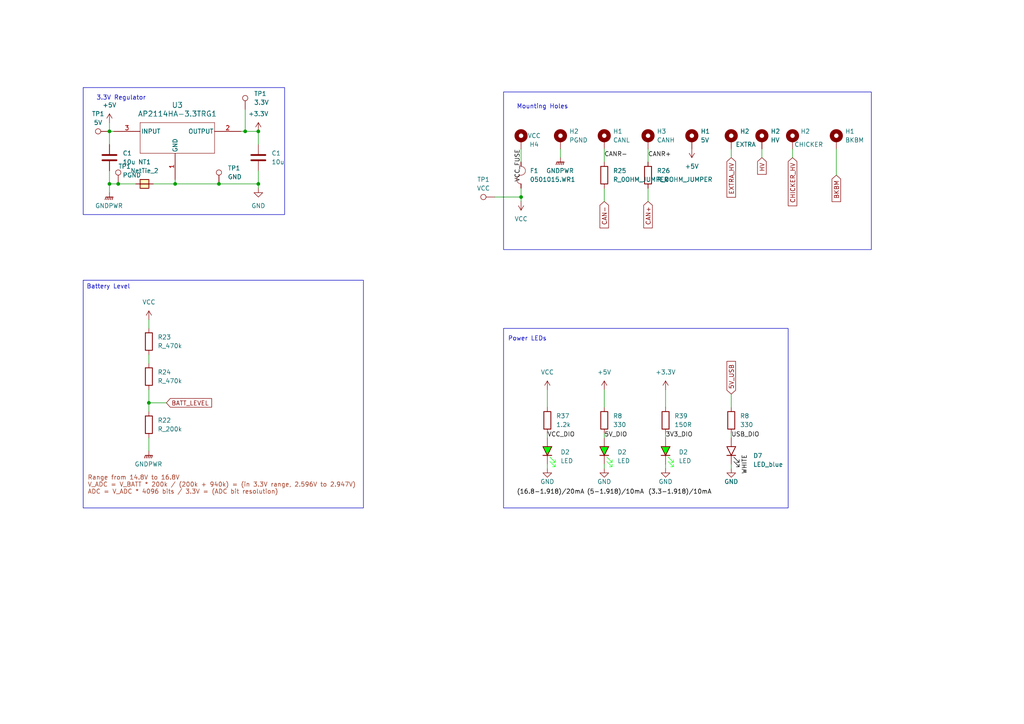
<source format=kicad_sch>
(kicad_sch (version 20230121) (generator eeschema)
  (paper "A4")
  (lib_symbols
    (symbol "Mechanical:MountingHole_Pad" (pin_numbers hide) (pin_names (offset 1.016) hide)
      (property "Reference" "H" (at 0 6.35 0))
      (property "Value" "MountingHole_Pad" (at 0 4.445 0))
      (symbol "MountingHole_Pad_0_1"
        (circle (center 0 1.27) (radius 1.27) (stroke (width 1.27)))
      )
      (symbol "MountingHole_Pad_1_1"
        (pin input line (at 0 -2.54 90) (length 2.54) (name "1") (number "1"))
      )
    )
    (symbol "bots:AP2114HA-3.3TRG1" (pin_names (offset 0.254))
      (property "Reference" "U" (at 0 7.62 0))
      (property "Value" "AP2114HA-3.3TRG1" (at 0 5.08 0))
      (symbol "AP2114HA-3.3TRG1_0_1"
        (polyline (pts (xy -10.16 -6.35) (xy 11.43 -6.35)) (stroke (width 0.127)))
        (polyline (pts (xy -10.16 2.54) (xy -10.16 -6.35)) (stroke (width 0.127)))
        (polyline (pts (xy 11.43 -6.35) (xy 11.43 2.54)) (stroke (width 0.127)))
        (polyline (pts (xy 11.43 2.54) (xy -10.16 2.54)) (stroke (width 0.127)))
        (pin output line (at 19.05 0 180) (length 7.62) (name "OUTPUT") (number "2"))
        (pin input line (at -17.78 0 0) (length 7.62) (name "INPUT") (number "3"))
      )
      (symbol "AP2114HA-3.3TRG1_1_1"
        (pin bidirectional line (at 0 -13.97 90) (length 7.62) (name "GND") (number "1"))
      )
    )
    (symbol "bots:C_10u" (pin_numbers hide) (pin_names (offset 0.254))
      (property "Reference" "C" (at 0.635 2.54 0))
      (property "Value" "10u" (at 0.635 -2.54 0))
      (symbol "C_10u_0_1"
        (polyline (pts (xy -2.032 -0.762) (xy 2.032 -0.762)) (stroke (width 0.508)))
        (polyline (pts (xy -2.032 0.762) (xy 2.032 0.762)) (stroke (width 0.508)))
      )
      (symbol "C_10u_1_1"
        (pin passive line (at 0 3.81 270) (length 2.794) (name "~") (number "1"))
        (pin passive line (at 0 -3.81 90) (length 2.794) (name "~") (number "2"))
      )
    )
    (symbol "bots:Fuse_0501015.WR1" (pin_numbers hide) (pin_names (offset 0))
      (property "Reference" "F" (at 0 2.032 0))
      (property "Value" "0501015.WR1" (at 0 -1.905 0))
      (symbol "Fuse_0501015.WR1_0_1"
        (arc (start 0 0) (mid -1.27 1.2645) (end -2.54 0) (stroke (width 0.127)))
        (polyline (pts (xy -3.81 0) (xy -2.54 0)) (stroke (width 0.127)))
        (polyline (pts (xy 2.54 0) (xy 3.81 0)) (stroke (width 0.127)))
        (arc (start 0 0) (mid 1.27 -1.2645) (end 2.54 0) (stroke (width 0.127)))
      )
      (symbol "Fuse_0501015.WR1_1_1"
        (pin passive line (at -3.81 0 0) (length 1.27) (name "~") (number "1"))
        (pin passive line (at 3.81 0 180) (length 1.27) (name "~") (number "2"))
      )
    )
    (symbol "bots:LED_green" (pin_numbers hide) (pin_names (offset 1.016) hide)
      (property "Reference" "D" (at 0 2.54 0))
      (property "Value" "LED_green" (at 3.81 -2.54 0))
      (symbol "LED_green_0_1"
        (polyline (pts (xy -1.27 -1.27) (xy -1.27 1.27)) (stroke (width 0.254)))
      )
      (symbol "LED_green_1_1"
        (polyline (pts (xy 1.27 -1.27) (xy 1.27 1.27) (xy -1.27 0) (xy 1.27 -1.27)) (stroke (width 0.254)) (fill (type color) (color 0 255 11 1)))
        (polyline (pts (xy -3.048 -0.762) (xy -4.572 -2.286) (xy -3.81 -2.286) (xy -4.572 -2.286) (xy -4.572 -1.524)) (stroke (width 0) (color 8 255 17 1)))
        (polyline (pts (xy -1.778 -0.762) (xy -3.302 -2.286) (xy -2.54 -2.286) (xy -3.302 -2.286) (xy -3.302 -1.524)) (stroke (width 0) (color 0 255 0 1)))
        (pin passive line (at -3.81 0 0) (length 2.54) (name "K") (number "1"))
        (pin passive line (at 3.81 0 180) (length 2.54) (name "A") (number "2"))
      )
    )
    (symbol "bots:LED_white" (pin_numbers hide) (pin_names (offset 1.016) hide)
      (property "Reference" "D" (at 0 2.54 0))
      (property "Value" "LED_blue" (at 2.54 -2.54 0))
      (symbol "LED_white_0_1"
        (polyline (pts (xy -1.27 -1.27) (xy -1.27 1.27)) (stroke (width 0.254)))
      )
      (symbol "LED_white_1_1"
        (polyline (pts (xy 1.27 -1.27) (xy 1.27 1.27) (xy -1.27 0) (xy 1.27 -1.27)) (stroke (width 0.254)) (fill (type color) (color 255 252 254 1)))
        (polyline (pts (xy -3.048 -0.762) (xy -4.572 -2.286) (xy -3.81 -2.286) (xy -4.572 -2.286) (xy -4.572 -1.524)) (stroke (width 0) (color 0 0 0 1)))
        (polyline (pts (xy -1.778 -0.762) (xy -3.302 -2.286) (xy -2.54 -2.286) (xy -3.302 -2.286) (xy -3.302 -1.524)) (stroke (width 0) (color 0 0 0 1)))
        (text "WHITE" (at -3.81 -3.81 0) (effects (font (size 1.27 1.27))))
        (pin passive line (at -3.81 0 0) (length 2.54) (name "K") (number "1"))
        (pin passive line (at 3.81 0 180) (length 2.54) (name "A") (number "2"))
      )
    )
    (symbol "bots:NetTie_2" (pin_numbers hide) (pin_names (offset 0) hide) (in_bom no)
      (property "Reference" "NT" (at 0 1.27 0))
      (property "Value" "NetTie_2" (at 0 -2.54 0))
      (symbol "NetTie_2_0_1"
        (polyline (pts (xy -1.27 0) (xy 1.27 0)) (stroke (width 0.254)))
      )
      (symbol "NetTie_2_1_0"
        (rectangle (start -1.27 1.27) (end 1.27 -1.27) (stroke (width 0.254)) (fill (type background)))
      )
      (symbol "NetTie_2_1_1"
        (pin passive line (at -2.54 0 0) (length 2.54) (name "1") (number "1"))
        (pin passive line (at 2.54 0 180) (length 2.54) (name "2") (number "2"))
      )
    )
    (symbol "bots:R_0OHM_JUMPER" (pin_numbers hide) (pin_names (offset 0))
      (property "Reference" "R" (at 2.032 0 90))
      (property "Value" "R_0OHM_JUMPER" (at 0 0 90))
      (symbol "R_0OHM_JUMPER_0_1"
        (rectangle (start -1.016 -2.54) (end 1.016 2.54) (stroke (width 0.254)))
      )
      (symbol "R_0OHM_JUMPER_1_1"
        (pin passive line (at 0 3.81 270) (length 1.27) (name "~") (number "1"))
        (pin passive line (at 0 -3.81 90) (length 1.27) (name "~") (number "2"))
      )
    )
    (symbol "bots:R_1.2k" (pin_numbers hide) (pin_names (offset 0))
      (property "Reference" "R" (at 2.032 0 90))
      (property "Value" "1.2k" (at 0 0 90))
      (symbol "R_1.2k_0_1"
        (rectangle (start -1.016 -2.54) (end 1.016 2.54) (stroke (width 0.254)))
      )
      (symbol "R_1.2k_1_1"
        (pin passive line (at 0 3.81 270) (length 1.27) (name "~") (number "1"))
        (pin passive line (at 0 -3.81 90) (length 1.27) (name "~") (number "2"))
      )
    )
    (symbol "bots:R_150R" (pin_numbers hide) (pin_names (offset 0))
      (property "Reference" "R" (at 2.032 0 90))
      (property "Value" "150R" (at 0 0 90))
      (symbol "R_150R_0_1"
        (rectangle (start -1.016 -2.54) (end 1.016 2.54) (stroke (width 0.254)))
      )
      (symbol "R_150R_1_1"
        (pin passive line (at 0 3.81 270) (length 1.27) (name "~") (number "1"))
        (pin passive line (at 0 -3.81 90) (length 1.27) (name "~") (number "2"))
      )
    )
    (symbol "bots:R_200k" (pin_numbers hide) (pin_names (offset 0))
      (property "Reference" "R" (at 2.032 0 90))
      (property "Value" "200k" (at 0 0 90))
      (symbol "R_200k_0_1"
        (rectangle (start -1.016 -2.54) (end 1.016 2.54) (stroke (width 0.254)))
      )
      (symbol "R_200k_1_1"
        (pin passive line (at 0 3.81 270) (length 1.27) (name "~") (number "1"))
        (pin passive line (at 0 -3.81 90) (length 1.27) (name "~") (number "2"))
      )
    )
    (symbol "bots:R_330R" (pin_numbers hide) (pin_names (offset 0))
      (property "Reference" "R" (at 2.032 0 90))
      (property "Value" "R_330R" (at 0 0 90))
      (symbol "R_330R_0_1"
        (rectangle (start -1.016 -2.54) (end 1.016 2.54) (stroke (width 0.254)))
      )
      (symbol "R_330R_1_1"
        (pin passive line (at 0 3.81 270) (length 1.27) (name "~") (number "1"))
        (pin passive line (at 0 -3.81 90) (length 1.27) (name "~") (number "2"))
      )
    )
    (symbol "bots:R_470k" (pin_numbers hide) (pin_names (offset 0))
      (property "Reference" "R" (at 2.032 0 90))
      (property "Value" "470k" (at 0 0 90))
      (symbol "R_470k_0_1"
        (rectangle (start -1.016 -2.54) (end 1.016 2.54) (stroke (width 0.254)))
      )
      (symbol "R_470k_1_1"
        (pin passive line (at 0 3.81 270) (length 1.27) (name "~") (number "1"))
        (pin passive line (at 0 -3.81 90) (length 1.27) (name "~") (number "2"))
      )
    )
    (symbol "bots:TestPoint_2x2" (pin_numbers hide) (pin_names (offset 0.762) hide) (in_bom no)
      (property "Reference" "TP" (at 0 6.858 0))
      (property "Value" "TestPoint" (at 0 5.08 0))
      (symbol "TestPoint_2x2_0_1"
        (circle (center 0 3.302) (radius 0.762))
      )
      (symbol "TestPoint_2x2_1_1"
        (pin passive line (at 0 0 90) (length 2.54) (name "1") (number "1"))
      )
    )
    (symbol "power:+3.3V" (power) (pin_names (offset 0))
      (property "Value" "+3.3V" (at 0 3.556 0))
      (symbol "+3.3V_0_1"
        (polyline (pts (xy -0.762 1.27) (xy 0 2.54)))
        (polyline (pts (xy 0 0) (xy 0 2.54)))
        (polyline (pts (xy 0 2.54) (xy 0.762 1.27)))
      )
      (symbol "+3.3V_1_1"
        (pin power_in line (at 0 0 90) (length 0) hide (name "+3.3V") (number "1"))
      )
    )
    (symbol "power:+5V" (power) (pin_names (offset 0))
      (property "Value" "+5V" (at 0 3.556 0))
      (symbol "+5V_0_1"
        (polyline (pts (xy -0.762 1.27) (xy 0 2.54)))
        (polyline (pts (xy 0 0) (xy 0 2.54)))
        (polyline (pts (xy 0 2.54) (xy 0.762 1.27)))
      )
      (symbol "+5V_1_1"
        (pin power_in line (at 0 0 90) (length 0) hide (name "+5V") (number "1"))
      )
    )
    (symbol "power:GND" (power) (pin_names (offset 0))
      (property "Value" "GND" (at 0 -3.81 0))
      (symbol "GND_0_1"
        (polyline (pts (xy 0 0) (xy 0 -1.27) (xy 1.27 -1.27) (xy 0 -2.54) (xy -1.27 -1.27) (xy 0 -1.27)))
      )
      (symbol "GND_1_1"
        (pin power_in line (at 0 0 270) (length 0) hide (name "GND") (number "1"))
      )
    )
    (symbol "power:GNDPWR" (power) (pin_names (offset 0))
      (property "Value" "GNDPWR" (at 0 -3.302 0))
      (symbol "GNDPWR_0_1"
        (polyline (pts (xy 0 -1.27) (xy 0 0)))
        (polyline (pts (xy -1.016 -1.27) (xy -1.27 -2.032) (xy -1.27 -2.032)) (stroke (width 0.2032)))
        (polyline (pts (xy -0.508 -1.27) (xy -0.762 -2.032) (xy -0.762 -2.032)) (stroke (width 0.2032)))
        (polyline (pts (xy 0 -1.27) (xy -0.254 -2.032) (xy -0.254 -2.032)) (stroke (width 0.2032)))
        (polyline (pts (xy 0.508 -1.27) (xy 0.254 -2.032) (xy 0.254 -2.032)) (stroke (width 0.2032)))
        (polyline (pts (xy 1.016 -1.27) (xy -1.016 -1.27) (xy -1.016 -1.27)) (stroke (width 0.2032)))
        (polyline (pts (xy 1.016 -1.27) (xy 0.762 -2.032) (xy 0.762 -2.032) (xy 0.762 -2.032)) (stroke (width 0.2032)))
      )
      (symbol "GNDPWR_1_1"
        (pin power_in line (at 0 0 270) (length 0) hide (name "GNDPWR") (number "1"))
      )
    )
    (symbol "power:VCC" (power) (pin_names (offset 0))
      (property "Value" "VCC" (at 0 3.81 0))
      (symbol "VCC_0_1"
        (polyline (pts (xy -0.762 1.27) (xy 0 2.54)))
        (polyline (pts (xy 0 0) (xy 0 2.54)))
        (polyline (pts (xy 0 2.54) (xy 0.762 1.27)))
      )
      (symbol "VCC_1_1"
        (pin power_in line (at 0 0 90) (length 0) hide (name "VCC") (number "1"))
      )
    )
  )
  (junction (at 34.29 53.34))
  (junction (at 74.93 53.34))
  (junction (at 71.12 38.1))
  (junction (at 151.13 57.15))
  (junction (at 43.18 116.84))
  (junction (at 63.5 53.34))
  (junction (at 31.75 53.34))
  (junction (at 31.75 38.1))
  (junction (at 74.93 38.1))
  (junction (at 50.8 53.34))
  (wire (pts (xy 43.18 102.87) (xy 43.18 105.41)))
  (wire (pts (xy 242.57 50.8) (xy 242.57 43.18)))
  (wire (pts (xy 175.26 54.61) (xy 175.26 58.42)))
  (wire (pts (xy 74.93 38.1) (xy 74.93 41.91)))
  (wire (pts (xy 151.13 57.15) (xy 151.13 58.42)))
  (wire (pts (xy 63.5 53.34) (xy 50.8 53.34)))
  (wire (pts (xy 212.09 114.3) (xy 212.09 118.11)))
  (wire (pts (xy 175.26 113.03) (xy 175.26 118.11)))
  (wire (pts (xy 158.75 113.03) (xy 158.75 118.11)))
  (wire (pts (xy 74.93 53.34) (xy 74.93 54.61)))
  (wire (pts (xy 220.98 43.18) (xy 220.98 45.72)))
  (wire (pts (xy 151.13 43.18) (xy 151.13 46.99)))
  (wire (pts (xy 143.51 57.15) (xy 151.13 57.15)))
  (wire (pts (xy 43.18 127) (xy 43.18 130.81)))
  (wire (pts (xy 193.04 125.73) (xy 193.04 127)))
  (wire (pts (xy 43.18 116.84) (xy 48.26 116.84)))
  (wire (pts (xy 212.09 134.62) (xy 212.09 135.89)))
  (wire (pts (xy 34.29 53.34) (xy 39.37 53.34)))
  (wire (pts (xy 162.56 43.18) (xy 162.56 45.72)))
  (wire (pts (xy 31.75 49.53) (xy 31.75 53.34)))
  (wire (pts (xy 212.09 125.73) (xy 212.09 127)))
  (wire (pts (xy 69.85 38.1) (xy 71.12 38.1)))
  (wire (pts (xy 193.04 134.62) (xy 193.04 135.89)))
  (wire (pts (xy 229.87 43.18) (xy 229.87 45.72)))
  (wire (pts (xy 187.96 43.18) (xy 187.96 46.99)))
  (wire (pts (xy 31.75 38.1) (xy 31.75 35.56)))
  (wire (pts (xy 71.12 38.1) (xy 74.93 38.1)))
  (wire (pts (xy 74.93 49.53) (xy 74.93 53.34)))
  (wire (pts (xy 43.18 113.03) (xy 43.18 116.84)))
  (wire (pts (xy 50.8 52.07) (xy 50.8 53.34)))
  (wire (pts (xy 31.75 38.1) (xy 33.02 38.1)))
  (wire (pts (xy 175.26 134.62) (xy 175.26 135.89)))
  (wire (pts (xy 71.12 31.75) (xy 71.12 38.1)))
  (wire (pts (xy 74.93 53.34) (xy 63.5 53.34)))
  (wire (pts (xy 193.04 113.03) (xy 193.04 118.11)))
  (wire (pts (xy 158.75 125.73) (xy 158.75 127)))
  (wire (pts (xy 31.75 38.1) (xy 31.75 41.91)))
  (wire (pts (xy 43.18 116.84) (xy 43.18 119.38)))
  (wire (pts (xy 31.75 53.34) (xy 34.29 53.34)))
  (wire (pts (xy 31.75 53.34) (xy 31.75 55.88)))
  (wire (pts (xy 187.96 54.61) (xy 187.96 58.42)))
  (wire (pts (xy 175.26 125.73) (xy 175.26 127)))
  (wire (pts (xy 158.75 134.62) (xy 158.75 135.89)))
  (wire (pts (xy 43.18 92.71) (xy 43.18 95.25)))
  (wire (pts (xy 151.13 54.61) (xy 151.13 57.15)))
  (wire (pts (xy 175.26 43.18) (xy 175.26 46.99)))
  (wire (pts (xy 212.09 43.18) (xy 212.09 45.72)))
  (wire (pts (xy 44.45 53.34) (xy 50.8 53.34)))
  (rectangle (start 146.05 26.67) (end 252.73 72.39))
  (rectangle (start 146.05 95.25) (end 228.6 147.32))
  (rectangle (start 24.13 25.4) (end 82.55 62.23))
  (text_box "Battery Level" (at 24.13 81.28 0) (size 81.28 66.04) (effects (font (size 1.27 1.27)) (justify left top)))
  (text "Mounting Holes" (at 149.86 31.75 0) (effects (font (size 1.27 1.27)) (justify left bottom)))
  (text "(16.8-1.918)/20mA" (at 149.86 143.51 0) (effects (font (size 1.27 1.27)) (justify left bottom)))
  (text "3.3V Regulator" (at 27.94 29.21 0) (effects (font (size 1.27 1.27)) (justify left bottom)))
  (text "Power LEDs" (at 147.32 99.06 0) (effects (font (size 1.27 1.27)) (justify left bottom)))
  (text "(3.3-1.918)/10mA" (at 187.96 143.51 0) (effects (font (size 1.27 1.27)) (justify left bottom)))
  (text "Range from 14.8V to 16.8V\nV_ADC = V_BATT * 200k / (200k + 940k) = (in 3.3V range, 2.596V to 2.947V)\nADC = V_ADC * 4096 bits / 3.3V = (ADC bit resolution)" (at 25.4 143.51 0) (effects (font (size 1.27 1.27)) (justify left bottom)))
  (text "(5-1.918)/10mA" (at 170.18 143.51 0) (effects (font (size 1.27 1.27)) (justify left bottom)))
  (label "VCC_FUSE" (at 151.13 43.18 270))
  (label "5V_DIO" (at 175.26 127 0))
  (label "USB_DIO" (at 212.09 127 0))
  (label "3V3_DIO" (at 193.04 127 0))
  (label "CANR+" (at 187.96 45.72 0))
  (label "CANR-" (at 175.26 45.72 0))
  (label "VCC_DIO" (at 158.75 127 0))
  (global_label "BKBM" (shape input) (at 242.57 50.8 270) (property "Intersheetrefs" "${INTERSHEET_REFS}" (effects hide)))
  (global_label "CHICKER_HV" (shape input) (at 229.87 45.72 270) (property "Intersheetrefs" "${INTERSHEET_REFS}" (effects hide)))
  (global_label "HV" (shape input) (at 220.98 45.72 270) (property "Intersheetrefs" "${INTERSHEET_REFS}" (effects hide)))
  (global_label "BATT_LEVEL" (shape input) (at 48.26 116.84 0) (property "Intersheetrefs" "${INTERSHEET_REFS}" (effects hide)))
  (global_label "EXTRA_HV" (shape input) (at 212.09 45.72 270) (property "Intersheetrefs" "${INTERSHEET_REFS}" (effects hide)))
  (global_label "CAN+" (shape input) (at 187.96 58.42 270) (property "Intersheetrefs" "${INTERSHEET_REFS}" (effects hide)))
  (global_label "CAN-" (shape input) (at 175.26 58.42 270) (property "Intersheetrefs" "${INTERSHEET_REFS}" (effects hide)))
  (global_label "5V_USB" (shape input) (at 212.09 114.3 90) (property "Intersheetrefs" "${INTERSHEET_REFS}" (effects hide)))
  (symbol (lib_id "bots:R_200k") (at 43.18 123.19 0) (unit 1)
    (property "Reference" "R22" (at 45.72 121.92 0) (effects (justify left)))
    (property "Value" "R_200k" (at 45.72 124.46 0) (effects (justify left)))
    (property "Footprint" "bots:R_0603_1608Metric" (effects hide))
    (property "MPN" "0603WAF2003T5E" (effects hide))
    (property "Manufacturer" "UNI-ROYAL(Uniroyal Elec)" (effects hide))
    (property "Price" "0.0009" (effects hide))
    (property "JLC" "0603" (effects hide))
    (property "LCSC" "C22965" (effects hide))
    (property "JLC Extended" "no" (effects hide))
  )
  (symbol (lib_id "power:+5V") (at 175.26 113.03 0) (unit 1)
    (property "Reference" "#PWR076" (effects hide))
    (property "Value" "+5V" (at 175.26 107.95 0))
  )
  (symbol (lib_id "power:VCC") (at 43.18 92.71 0) (unit 1)
    (property "Reference" "#PWR09" (effects hide))
    (property "Value" "VCC" (at 43.18 87.63 0))
    (instances (project "POWER_BOARD" (path "" (reference "#PWR09") (unit 1)) (path "" (reference "#PWR047") (unit 1))))
  )
  (symbol (lib_id "bots:LED_green") (at 193.04 130.81 90) (unit 1)
    (property "Reference" "D2" (at 196.85 131.1275 90) (effects (justify right)))
    (property "Value" "LED" (at 196.85 133.6675 90) (effects (justify right)))
    (property "Footprint" "bots:LED_0805_2012Metric" (effects hide))
    (property "MPN" "KT-0805G" (effects hide))
    (property "Manufacturer" "Hubei KENTO Elec" (effects hide))
    (property "Price" "0.0127" (effects hide))
    (property "JLC" "0805" (effects hide))
    (property "LCSC" "C2297" (effects hide))
    (property "JLC Extended" "no" (effects hide))
    (instances (project "POWER_BOARD" (path "" (reference "D2") (unit 1)) (path "" (reference "D4") (unit 1)) (path "" (reference "D8") (unit 1))))
  )
  (symbol (lib_id "bots:R_470k") (at 43.18 109.22 0) (unit 1)
    (property "Reference" "R24" (at 45.72 107.95 0) (effects (justify left)))
    (property "Value" "R_470k" (at 45.72 110.49 0) (effects (justify left)))
    (property "Footprint" "bots:R_0603_1608Metric" (effects hide))
    (property "MPN" "0603WAF4703T5E" (effects hide))
    (property "Manufacturer" "UNI-ROYAL(Uniroyal Elec)" (effects hide))
    (property "Price" "0.0009" (effects hide))
    (property "JLC" "0603" (effects hide))
    (property "LCSC" "C23178" (effects hide))
    (property "JLC Extended" "no" (effects hide))
  )
  (symbol (lib_id "bots:C_10u") (at 74.93 45.72 0) (unit 1)
    (property "Reference" "C1" (at 78.74 44.45 0) (effects (justify left)))
    (property "Value" "10u" (at 78.74 46.99 0) (effects (justify left)))
    (property "Footprint" "bots:C_0805_2012Metric" (effects hide))
    (property "MPN" "GRM21BR61H106KE43L" (effects hide))
    (property "Manufacturer" "Murata" (effects hide))
    (property "Price" "0.0645" (effects hide))
    (property "JLC" "0805" (effects hide))
    (property "LCSC" "C440198" (effects hide))
    (property "JLC Extended" "no" (effects hide))
    (instances (project "POWER_BOARD" (path "" (reference "C1") (unit 1)) (path "" (reference "C11") (unit 1))))
  )
  (symbol (lib_id "Mechanical:MountingHole_Pad") (at 151.13 40.64 0) (unit 1)
    (property "Reference" "H4" (at 154.94 41.91 0))
    (property "Value" "VCC" (at 154.94 39.37 0))
    (property "Footprint" "bots:MountingHole_2.7mm_M2.5_DIN965_Pad" (effects hide))
    (instances (project "POWER_BOARD" (path "" (reference "H4") (unit 1)) (path "" (reference "H1") (unit 1))))
  )
  (symbol (lib_id "bots:AP2114HA-3.3TRG1") (at 50.8 38.1 0) (unit 1)
    (property "Reference" "U3" (at 51.435 30.48 0) (effects (font (size 1.524 1.524))))
    (property "Value" "AP2114HA-3.3TRG1" (at 51.435 33.02 0) (effects (font (size 1.524 1.524))))
    (property "Footprint" "Package_TO_SOT_SMD:SOT-223-3_TabPin2" (effects hide))
    (property "MPN" "AP2114HA-3.3TRG1" (effects hide))
    (property "Manufacturer" "onsemi" (effects hide))
    (property "Price" "0.5575" (effects hide))
    (property "JLC" "SOT-223-3" (effects hide))
    (property "LCSC" "C460314" (effects hide))
    (property "JLC Extended" "yes" (effects hide))
  )
  (symbol (lib_id "Mechanical:MountingHole_Pad") (at 200.66 40.64 0) (unit 1)
    (property "Reference" "H1" (at 203.2 38.1 0) (effects (justify left)))
    (property "Value" "5V" (at 203.2 40.64 0) (effects (justify left)))
    (property "Footprint" "bots:MountingHole_2.7mm_M2.5_DIN965_Pad" (effects hide))
    (instances (project "POWER_BOARD" (path "" (reference "H1") (unit 1)) (path "" (reference "H5") (unit 1))))
  )
  (symbol (lib_id "power:GNDPWR") (at 31.75 55.88 0) (unit 1)
    (property "Reference" "#PWR018" (effects hide))
    (property "Value" "GNDPWR" (at 31.623 59.69 0))
    (instances (project "POWER_BOARD" (path "" (reference "#PWR018") (unit 1)) (path "" (reference "#PWR045") (unit 1))))
  )
  (symbol (lib_id "Mechanical:MountingHole_Pad") (at 212.09 40.64 0) (mirror y) (unit 1)
    (property "Reference" "H2" (at 214.63 38.1 0) (effects (justify right)))
    (property "Value" "EXTRA" (at 213.36 41.91 0) (effects (justify right)))
    (property "Footprint" "bots:MountingHole_2.7mm_M2.5_DIN965_Pad" (effects hide))
    (instances (project "POWER_BOARD" (path "" (reference "H2") (unit 1)) (path "" (reference "H6") (unit 1))))
  )
  (symbol (lib_id "power:VCC") (at 151.13 58.42 180) (unit 1)
    (property "Reference" "#PWR09" (effects hide))
    (property "Value" "VCC" (at 151.13 63.5 0))
    (instances (project "POWER_BOARD" (path "" (reference "#PWR09") (unit 1)) (path "" (reference "#PWR034") (unit 1))))
  )
  (symbol (lib_id "bots:R_0OHM_JUMPER") (at 175.26 50.8 0) (unit 1)
    (property "Reference" "R25" (at 177.8 49.53 0) (effects (justify left)))
    (property "Value" "R_0OHM_JUMPER" (at 177.8 52.07 0) (effects (justify left)))
    (property "Footprint" "bots:R_0603_1608Metric" (effects hide))
    (property "MPN" "0603WAF0000T5E" (effects hide))
    (property "Manufacturer" "UNI-ROYAL(Uniroyal Elec)" (effects hide))
    (property "Price" "0.001" (effects hide))
    (property "JLC" "0603" (effects hide))
    (property "LCSC" "C21189" (effects hide))
    (property "JLC Extended" "no" (effects hide))
  )
  (symbol (lib_id "bots:TestPoint_2x2") (at 63.5 53.34 0) (unit 1) (in_bom no)
    (property "Reference" "TP1" (at 66.04 48.768 0) (effects (justify left)))
    (property "Value" "GND" (at 66.04 51.308 0) (effects (justify left)))
    (property "Footprint" "bots:TestPoint_Pad_2.0x2.0mm" (effects hide))
    (instances (project "POWER_BOARD" (path "" (reference "TP1") (unit 1)) (path "" (reference "TP3") (unit 1))))
  )
  (symbol (lib_id "bots:R_330R") (at 212.09 121.92 180) (unit 1)
    (property "Reference" "R8" (at 214.63 120.65 0) (effects (justify right)))
    (property "Value" "330" (at 214.63 123.19 0) (effects (justify right)))
    (property "Footprint" "bots:R_0603_1608Metric" (effects hide))
    (property "MPN" "0603WAF3300T5E" (effects hide))
    (property "Manufacturer" "UNI-ROYAL(Uniroyal Elec)" (effects hide))
    (property "Price" "0.0009" (effects hide))
    (property "JLC" "0603" (effects hide))
    (property "LCSC" "C23138" (effects hide))
    (property "JLC Extended" "no" (effects hide))
    (instances (project "POWER_BOARD" (path "" (reference "R8") (unit 1)) (path "" (reference "R29") (unit 1)) (path "" (reference "R38") (unit 1))))
  )
  (symbol (lib_id "power:VCC") (at 158.75 113.03 0) (unit 1)
    (property "Reference" "#PWR09" (effects hide))
    (property "Value" "VCC" (at 158.75 107.95 0))
    (instances (project "POWER_BOARD" (path "" (reference "#PWR09") (unit 1)) (path "" (reference "#PWR065") (unit 1))) (project "power_sch" (path "" (reference "#PWR09") (unit 1))))
  )
  (symbol (lib_id "Mechanical:MountingHole_Pad") (at 175.26 40.64 0) (unit 1)
    (property "Reference" "H1" (at 177.8 38.1 0) (effects (justify left)))
    (property "Value" "CANL" (at 177.8 40.64 0) (effects (justify left)))
    (property "Footprint" "bots:MountingHole_2.7mm_M2.5_DIN965_Pad" (effects hide))
    (instances (project "POWER_BOARD" (path "" (reference "H1") (unit 1)) (path "" (reference "H3") (unit 1))))
  )
  (symbol (lib_id "bots:TestPoint_2x2") (at 143.51 57.15 90) (unit 1) (in_bom no)
    (property "Reference" "TP1" (at 140.208 52.07 90))
    (property "Value" "VCC" (at 140.208 54.61 90))
    (property "Footprint" "bots:TestPoint_Pad_2.0x2.0mm" (effects hide))
  )
  (symbol (lib_id "Mechanical:MountingHole_Pad") (at 242.57 40.64 0) (unit 1)
    (property "Reference" "H1" (at 245.11 38.1 0) (effects (justify left)))
    (property "Value" "BKBM" (at 245.11 40.64 0) (effects (justify left)))
    (property "Footprint" "bots:MountingHole_2.7mm_M2.5_DIN965_Pad" (effects hide))
    (instances (project "POWER_BOARD" (path "" (reference "H1") (unit 1)) (path "" (reference "H9") (unit 1))))
  )
  (symbol (lib_id "bots:TestPoint_2x2") (at 31.75 38.1 90) (unit 1) (in_bom no)
    (property "Reference" "TP1" (at 28.448 33.02 90))
    (property "Value" "5V" (at 28.448 35.56 90))
    (property "Footprint" "bots:TestPoint_Pad_2.0x2.0mm" (effects hide))
    (instances (project "POWER_BOARD" (path "" (reference "TP1") (unit 1)) (path "" (reference "TP5") (unit 1))))
  )
  (symbol (lib_id "Mechanical:MountingHole_Pad") (at 229.87 40.64 0) (mirror y) (unit 1)
    (property "Reference" "H2" (at 234.95 38.1 0) (effects (justify left)))
    (property "Value" "CHICKER" (at 238.76 41.91 0) (effects (justify left)))
    (property "Footprint" "bots:MountingHole_2.7mm_M2.5_DIN965_Pad" (effects hide))
    (instances (project "POWER_BOARD" (path "" (reference "H2") (unit 1)) (path "" (reference "H8") (unit 1))))
  )
  (symbol (lib_id "bots:R_1.2k") (at 158.75 121.92 0) (unit 1)
    (property "Reference" "R37" (at 161.29 120.65 0) (effects (justify left)))
    (property "Value" "1.2k" (at 161.29 123.19 0) (effects (justify left)))
    (property "Footprint" "bots:R_0603_1608Metric" (effects hide))
    (property "MPN" "0603WAF1201T5E" (effects hide))
    (property "Manufacturer" "UNI-ROYAL(Uniroyal Elec)" (effects hide))
    (property "Price" "0.001" (effects hide))
    (property "JLC" "0603" (effects hide))
    (property "LCSC" "C22765" (effects hide))
    (property "JLC Extended" "no" (effects hide))
  )
  (symbol (lib_id "bots:R_470k") (at 43.18 99.06 0) (unit 1)
    (property "Reference" "R23" (at 45.72 97.79 0) (effects (justify left)))
    (property "Value" "R_470k" (at 45.72 100.33 0) (effects (justify left)))
    (property "Footprint" "bots:R_0603_1608Metric" (effects hide))
    (property "MPN" "0603WAF4703T5E" (effects hide))
    (property "Manufacturer" "UNI-ROYAL(Uniroyal Elec)" (effects hide))
    (property "Price" "0.0009" (effects hide))
    (property "JLC" "0603" (effects hide))
    (property "LCSC" "C23178" (effects hide))
    (property "JLC Extended" "no" (effects hide))
  )
  (symbol (lib_id "power:GND") (at 175.26 135.89 0) (unit 1)
    (property "Reference" "#PWR07" (effects hide))
    (property "Value" "GND" (at 175.26 139.7 0))
    (instances (project "POWER_BOARD" (path "" (reference "#PWR07") (unit 1)) (path "" (reference "#PWR021") (unit 1)) (path "" (reference "#PWR078") (unit 1))))
  )
  (symbol (lib_id "Mechanical:MountingHole_Pad") (at 162.56 40.64 0) (unit 1)
    (property "Reference" "H2" (at 165.1 38.1 0) (effects (justify left)))
    (property "Value" "PGND" (at 165.1 40.64 0) (effects (justify left)))
    (property "Footprint" "bots:MountingHole_2.7mm_M2.5_DIN965_Pad" (effects hide))
  )
  (symbol (lib_id "power:GND") (at 212.09 135.89 0) (unit 1)
    (property "Reference" "#PWR07" (effects hide))
    (property "Value" "GND" (at 212.09 139.7 0))
    (instances (project "POWER_BOARD" (path "" (reference "#PWR07") (unit 1)) (path "" (reference "#PWR021") (unit 1)) (path "" (reference "#PWR066") (unit 1))))
  )
  (symbol (lib_id "bots:R_330R") (at 175.26 121.92 180) (unit 1)
    (property "Reference" "R8" (at 177.8 120.65 0) (effects (justify right)))
    (property "Value" "330" (at 177.8 123.19 0) (effects (justify right)))
    (property "Footprint" "bots:R_0603_1608Metric" (effects hide))
    (property "MPN" "0603WAF3300T5E" (effects hide))
    (property "Manufacturer" "UNI-ROYAL(Uniroyal Elec)" (effects hide))
    (property "Price" "0.0009" (effects hide))
    (property "JLC" "0603" (effects hide))
    (property "LCSC" "C23138" (effects hide))
    (property "JLC Extended" "no" (effects hide))
    (instances (project "POWER_BOARD" (path "" (reference "R8") (unit 1)) (path "" (reference "R29") (unit 1)) (path "" (reference "R47") (unit 1))))
  )
  (symbol (lib_id "power:GND") (at 193.04 135.89 0) (unit 1)
    (property "Reference" "#PWR07" (effects hide))
    (property "Value" "GND" (at 193.04 139.7 0))
    (instances (project "POWER_BOARD" (path "" (reference "#PWR07") (unit 1)) (path "" (reference "#PWR021") (unit 1)) (path "" (reference "#PWR068") (unit 1))))
  )
  (symbol (lib_id "bots:Fuse_0501015.WR1") (at 151.13 50.8 90) (unit 1)
    (property "Reference" "F1" (at 153.67 49.53 90) (effects (justify right)))
    (property "Value" "0501015.WR1" (at 153.67 52.07 90) (effects (justify right)))
    (property "Footprint" "bots:Fuse_1206_3216Metric" (effects hide))
    (property "MPN" "0501015.WR1" (effects hide))
    (property "Manufacturer" "Littelfuse" (effects hide))
    (property "Price" "0.0992" (effects hide))
    (property "JLC" "1206" (effects hide))
    (property "LCSC" "C410346" (effects hide))
    (property "JLC Extended" "yes" (effects hide))
  )
  (symbol (lib_id "bots:C_10u") (at 31.75 45.72 0) (unit 1)
    (property "Reference" "C1" (at 35.56 44.45 0) (effects (justify left)))
    (property "Value" "10u" (at 35.56 46.99 0) (effects (justify left)))
    (property "Footprint" "bots:C_0805_2012Metric" (effects hide))
    (property "MPN" "GRM21BR61H106KE43L" (effects hide))
    (property "Manufacturer" "Murata" (effects hide))
    (property "Price" "0.0645" (effects hide))
    (property "JLC" "0805" (effects hide))
    (property "LCSC" "C440198" (effects hide))
    (property "JLC Extended" "no" (effects hide))
    (instances (project "POWER_BOARD" (path "" (reference "C1") (unit 1)) (path "" (reference "C12") (unit 1))))
  )
  (symbol (lib_id "bots:LED_green") (at 158.75 130.81 90) (unit 1)
    (property "Reference" "D2" (at 162.56 131.1275 90) (effects (justify right)))
    (property "Value" "LED" (at 162.56 133.6675 90) (effects (justify right)))
    (property "Footprint" "bots:LED_0805_2012Metric" (effects hide))
    (property "MPN" "KT-0805G" (effects hide))
    (property "Manufacturer" "Hubei KENTO Elec" (effects hide))
    (property "Price" "0.0127" (effects hide))
    (property "JLC" "0805" (effects hide))
    (property "LCSC" "C2297" (effects hide))
    (property "JLC Extended" "no" (effects hide))
    (instances (project "POWER_BOARD" (path "" (reference "D2") (unit 1)) (path "" (reference "D4") (unit 1)) (path "" (reference "D6") (unit 1))))
  )
  (symbol (lib_id "Mechanical:MountingHole_Pad") (at 187.96 40.64 0) (unit 1)
    (property "Reference" "H3" (at 190.5 38.1 0) (effects (justify left)))
    (property "Value" "CANH" (at 190.5 40.64 0) (effects (justify left)))
    (property "Footprint" "bots:MountingHole_2.7mm_M2.5_DIN965_Pad" (effects hide))
    (instances (project "POWER_BOARD" (path "" (reference "H3") (unit 1)) (path "" (reference "H4") (unit 1))))
  )
  (symbol (lib_id "power:+5V") (at 200.66 43.18 180) (unit 1)
    (property "Reference" "#PWR070" (effects hide))
    (property "Value" "+5V" (at 200.66 48.26 0))
  )
  (symbol (lib_id "power:+3.3V") (at 193.04 113.03 0) (unit 1)
    (property "Reference" "#PWR067" (effects hide))
    (property "Value" "+3.3V" (at 193.04 107.95 0))
  )
  (symbol (lib_id "power:+5V") (at 31.75 35.56 0) (unit 1)
    (property "Reference" "#PWR053" (effects hide))
    (property "Value" "+5V" (at 31.75 30.48 0))
  )
  (symbol (lib_id "bots:TestPoint_2x2") (at 71.12 31.75 0) (unit 1) (in_bom no)
    (property "Reference" "TP1" (at 73.66 27.178 0) (effects (justify left)))
    (property "Value" "3.3V" (at 73.66 29.718 0) (effects (justify left)))
    (property "Footprint" "bots:TestPoint_Pad_2.0x2.0mm" (effects hide))
    (instances (project "POWER_BOARD" (path "" (reference "TP1") (unit 1)) (path "" (reference "TP2") (unit 1))))
  )
  (symbol (lib_id "power:GNDPWR") (at 162.56 45.72 0) (unit 1)
    (property "Reference" "#PWR018" (effects hide))
    (property "Value" "GNDPWR" (at 162.433 49.53 0))
    (instances (project "POWER_BOARD" (path "" (reference "#PWR018") (unit 1)) (path "" (reference "#PWR071") (unit 1))))
  )
  (symbol (lib_id "power:GND") (at 158.75 135.89 0) (unit 1)
    (property "Reference" "#PWR07" (effects hide))
    (property "Value" "GND" (at 158.75 139.7 0))
    (instances (project "POWER_BOARD" (path "" (reference "#PWR07") (unit 1)) (path "" (reference "#PWR021") (unit 1)) (path "" (reference "#PWR063") (unit 1))))
  )
  (symbol (lib_id "power:GND") (at 74.93 54.61 0) (unit 1)
    (property "Reference" "#PWR03" (effects hide))
    (property "Value" "GND" (at 74.93 59.69 0))
    (instances (project "POWER_BOARD" (path "" (reference "#PWR03") (unit 1)) (path "" (reference "#PWR08") (unit 1))))
  )
  (symbol (lib_id "bots:TestPoint_2x2") (at 34.29 53.34 0) (unit 1) (in_bom no)
    (property "Reference" "TP1" (at 34.29 48.26 0) (effects (justify left)))
    (property "Value" "PGND" (at 35.56 50.8 0) (effects (justify left)))
    (property "Footprint" "bots:TestPoint_Pad_2.0x2.0mm" (effects hide))
    (instances (project "POWER_BOARD" (path "" (reference "TP1") (unit 1)) (path "" (reference "TP4") (unit 1))))
  )
  (symbol (lib_id "power:GNDPWR") (at 43.18 130.81 0) (unit 1)
    (property "Reference" "#PWR018" (effects hide))
    (property "Value" "GNDPWR" (at 43.053 134.62 0))
    (instances (project "POWER_BOARD" (path "" (reference "#PWR018") (unit 1)) (path "" (reference "#PWR035") (unit 1))))
  )
  (symbol (lib_id "bots:R_150R") (at 193.04 121.92 0) (unit 1)
    (property "Reference" "R39" (at 195.58 120.65 0) (effects (justify left)))
    (property "Value" "150R" (at 195.58 123.19 0) (effects (justify left)))
    (property "Footprint" "bots:R_0603_1608Metric" (effects hide))
    (property "MPN" "0603WAF1500T5E" (effects hide))
    (property "Manufacturer" "UNI-ROYAL(Uniroyal Elec)" (effects hide))
    (property "Price" "0.0009" (effects hide))
    (property "JLC" "0603" (effects hide))
    (property "LCSC" "C22808" (effects hide))
    (property "JLC Extended" "no" (effects hide))
  )
  (symbol (lib_id "bots:LED_green") (at 175.26 130.81 90) (unit 1)
    (property "Reference" "D2" (at 179.07 131.1275 90) (effects (justify right)))
    (property "Value" "LED" (at 179.07 133.6675 90) (effects (justify right)))
    (property "Footprint" "bots:LED_0805_2012Metric" (effects hide))
    (property "MPN" "KT-0805G" (effects hide))
    (property "Manufacturer" "Hubei KENTO Elec" (effects hide))
    (property "Price" "0.0127" (effects hide))
    (property "JLC" "0805" (effects hide))
    (property "LCSC" "C2297" (effects hide))
    (property "JLC Extended" "no" (effects hide))
    (instances (project "POWER_BOARD" (path "" (reference "D2") (unit 1)) (path "" (reference "D4") (unit 1)) (path "" (reference "D15") (unit 1))))
  )
  (symbol (lib_id "bots:LED_white") (at 212.09 130.81 90) (unit 1)
    (property "Reference" "D7" (at 218.44 132.1779 90) (effects (justify right)))
    (property "Value" "LED_blue" (at 218.44 134.7179 90) (effects (justify right)))
    (property "Footprint" "bots:LED_0603_1608Metric" (effects hide))
    (property "MPN" "KT-0603W" (effects hide))
    (property "Manufacturer" "Everlight Elec" (effects hide))
    (property "Price" "0.0096" (effects hide))
    (property "JLC" "0603" (effects hide))
    (property "LCSC" "C2290" (effects hide))
    (property "JLC Extended" "no" (effects hide))
  )
  (symbol (lib_id "bots:R_0OHM_JUMPER") (at 187.96 50.8 0) (unit 1)
    (property "Reference" "R26" (at 190.5 49.53 0) (effects (justify left)))
    (property "Value" "R_0OHM_JUMPER" (at 190.5 52.07 0) (effects (justify left)))
    (property "Footprint" "bots:R_0603_1608Metric" (effects hide))
    (property "MPN" "0603WAF0000T5E" (effects hide))
    (property "Manufacturer" "UNI-ROYAL(Uniroyal Elec)" (effects hide))
    (property "Price" "0.001" (effects hide))
    (property "JLC" "0603" (effects hide))
    (property "LCSC" "C21189" (effects hide))
    (property "JLC Extended" "no" (effects hide))
  )
  (symbol (lib_id "bots:NetTie_2") (at 41.91 53.34 0) (unit 1) (in_bom no)
    (property "Reference" "NT1" (at 41.91 46.99 0))
    (property "Value" "NetTie_2" (at 41.91 49.53 0))
    (property "Footprint" "bots:NetTie-2_SMD_Pad2.0mm" (effects hide))
  )
  (symbol (lib_id "power:+3.3V") (at 74.93 38.1 0) (unit 1)
    (property "Reference" "#PWR011" (effects hide))
    (property "Value" "+3.3V" (at 74.93 33.02 0))
  )
  (symbol (lib_id "Mechanical:MountingHole_Pad") (at 220.98 40.64 0) (mirror y) (unit 1)
    (property "Reference" "H2" (at 223.52 38.1 0) (effects (justify right)))
    (property "Value" "HV" (at 223.52 40.64 0) (effects (justify right)))
    (property "Footprint" "bots:MountingHole_2.7mm_M2.5_DIN965_Pad" (effects hide))
    (instances (project "POWER_BOARD" (path "" (reference "H2") (unit 1)) (path "" (reference "H7") (unit 1))))
  )
)
</source>
